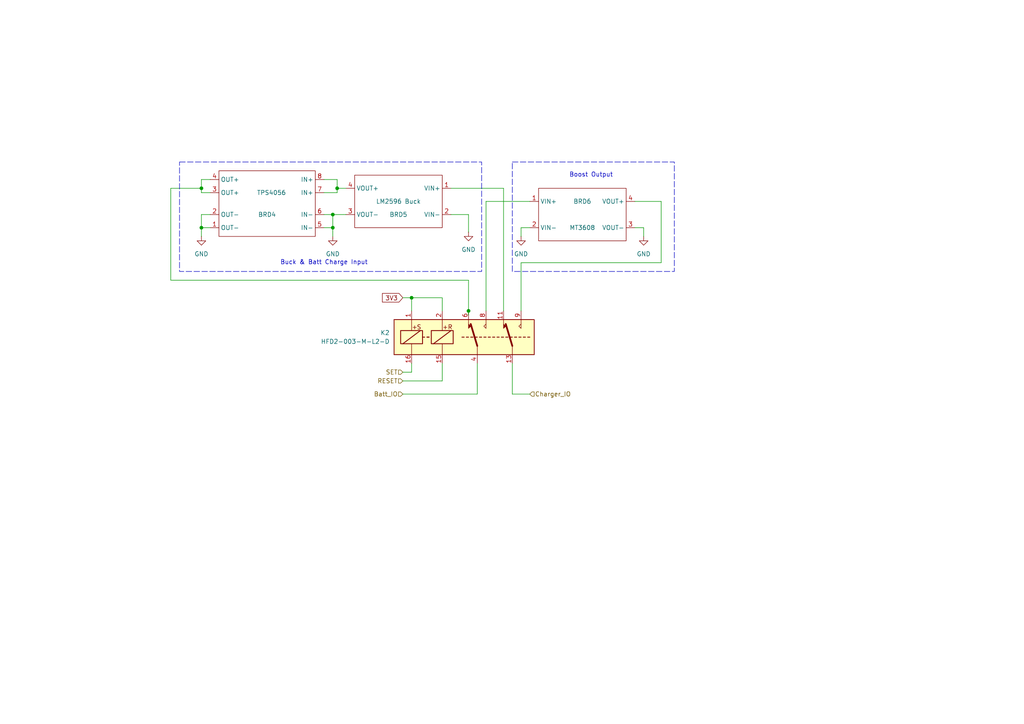
<source format=kicad_sch>
(kicad_sch (version 20250114) (generator "eeschema") (generator_version "9.0")
  (paper "A4")
  (lib_symbols
    (symbol "power:GND" (power) (pin_numbers (hide yes)) (pin_names (offset 0) (hide yes))
      (property "Value" "GND" (at 0 -3.81 0))
      (symbol "GND_0_1"
        (polyline (pts (xy 0 0) (xy 0 -1.27) (xy 1.27 -1.27) (xy 0 -2.54) (xy -1.27 -1.27) (xy 0 -1.27)))
      )
      (symbol "GND_1_1"
        (pin power_in line (at 0 0 270) (length 0) (name "~") (number "1"))
      )
    )
    (symbol "stimatofali:HFD2/003-M-L2-D" (in_bom no)
      (property "Reference" "K" (at -1.27 -2.794 0))
      (property "Value" "HFD2-003-M-L2-D" (at 0.254 19.304 0))
      (symbol "HFD2/003-M-L2-D_1_1"
        (rectangle (start -20.32 5.08) (end 20.32 -5.08) (stroke (width 0.254)) (fill (type background)))
        (rectangle (start -18.415 1.905) (end -12.065 -1.905) (stroke (width 0.254)))
        (polyline (pts (xy -17.78 -1.905) (xy -12.7 1.905)) (stroke (width 0.254)))
        (polyline (pts (xy -15.24 5.08) (xy -15.24 1.905)))
        (polyline (pts (xy -15.24 -5.08) (xy -15.24 -1.905)))
        (polyline (pts (xy -12.065 0) (xy -11.43 0)) (stroke (width 0.254)))
        (polyline (pts (xy -10.795 0) (xy -10.16 0)) (stroke (width 0.254)))
        (polyline (pts (xy -10.795 0) (xy -10.16 0)) (stroke (width 0.254)))
        (rectangle (start -9.525 1.905) (end -3.175 -1.905) (stroke (width 0.254)))
        (polyline (pts (xy -8.89 -1.905) (xy -3.81 1.905)) (stroke (width 0.254)))
        (polyline (pts (xy -6.35 5.08) (xy -6.35 1.905)))
        (polyline (pts (xy -6.35 -5.08) (xy -6.35 -1.905)))
        (polyline (pts (xy -0.635 0) (xy 0 0)) (stroke (width 0.254)))
        (polyline (pts (xy 0.635 0) (xy 1.27 0)) (stroke (width 0.254)))
        (polyline (pts (xy 1.27 5.08) (xy 1.27 2.54) (xy 1.905 3.175) (xy 1.27 3.81)) (fill (type outline)))
        (polyline (pts (xy 1.905 0) (xy 2.54 0)) (stroke (width 0.254)))
        (polyline (pts (xy 3.175 0) (xy 3.81 0)) (stroke (width 0.254)))
        (polyline (pts (xy 3.81 -2.54) (xy 1.905 3.81)) (stroke (width 0.508)))
        (polyline (pts (xy 3.81 -2.54) (xy 3.81 -5.08)))
        (polyline (pts (xy 4.445 0) (xy 5.08 0)) (stroke (width 0.254)))
        (polyline (pts (xy 5.715 0) (xy 6.35 0)) (stroke (width 0.254)))
        (polyline (pts (xy 6.35 5.08) (xy 6.35 2.54) (xy 5.715 3.175) (xy 6.35 3.81)))
        (polyline (pts (xy 6.985 0) (xy 7.62 0)) (stroke (width 0.254)))
        (polyline (pts (xy 8.255 0) (xy 8.89 0)) (stroke (width 0.254)))
        (polyline (pts (xy 9.525 0) (xy 10.16 0)) (stroke (width 0.254)))
        (polyline (pts (xy 10.795 0) (xy 11.43 0)) (stroke (width 0.254)))
        (polyline (pts (xy 11.43 5.08) (xy 11.43 2.54) (xy 12.065 3.175) (xy 11.43 3.81)) (fill (type outline)))
        (polyline (pts (xy 12.065 0) (xy 12.7 0)) (stroke (width 0.254)))
        (polyline (pts (xy 13.335 0) (xy 13.97 0)) (stroke (width 0.254)))
        (polyline (pts (xy 13.97 -2.54) (xy 12.065 3.81)) (stroke (width 0.508)))
        (polyline (pts (xy 13.97 -2.54) (xy 13.97 -5.08)))
        (polyline (pts (xy 14.605 0) (xy 15.24 0)) (stroke (width 0.254)))
        (polyline (pts (xy 15.875 0) (xy 16.51 0)) (stroke (width 0.254)))
        (polyline (pts (xy 16.51 5.08) (xy 16.51 2.54) (xy 15.875 3.175) (xy 16.51 3.81)))
        (polyline (pts (xy 17.145 0) (xy 17.78 0)) (stroke (width 0.254)))
        (polyline (pts (xy 18.415 0) (xy 19.05 0)) (stroke (width 0.254)))
        (text "+" (at -14.351 2.921 0) (effects (font (size 1.27 1.27))))
        (text "S" (at -13.081 2.921 0) (effects (font (size 1.27 1.27))))
        (text "+" (at -5.461 2.921 0) (effects (font (size 1.27 1.27))))
        (text "R" (at -4.064 2.921 0) (effects (font (size 1.27 1.27))))
        (pin passive line (at -15.24 7.62 270) (length 2.54) (name "~") (number "1"))
        (pin passive line (at -15.24 -7.62 90) (length 2.54) (name "~") (number "16"))
        (pin passive line (at -6.35 7.62 270) (length 2.54) (name "~") (number "2"))
        (pin passive line (at -6.35 -7.62 90) (length 2.54) (name "~") (number "15"))
        (pin passive line (at 1.27 7.62 270) (length 2.54) (name "~") (number "6"))
        (pin passive line (at 3.81 -7.62 90) (length 2.54) (name "~") (number "4"))
        (pin passive line (at 6.35 7.62 270) (length 2.54) (name "~") (number "8"))
        (pin passive line (at 11.43 7.62 270) (length 2.54) (name "~") (number "11"))
        (pin passive line (at 13.97 -7.62 90) (length 2.54) (name "~") (number "13"))
        (pin passive line (at 16.51 7.62 270) (length 2.54) (name "~") (number "9"))
      )
    )
    (symbol "stimatofali:LM2596"
      (property "Reference" "BRD" (at 0 -3.556 0))
      (property "Value" "LM2596 Buck" (at 1.016 1.778 0))
      (symbol "LM2596_0_1"
        (rectangle (start -12.7 7.62) (end 12.7 -7.62))
      )
      (symbol "LM2596_1_1"
        (pin output line (at -15.24 3.81 0) (length 2.54) (name "VOUT+") (number "4"))
        (pin output line (at -15.24 -3.81 0) (length 2.54) (name "VOUT-") (number "3"))
        (pin input line (at 15.24 3.81 180) (length 2.54) (name "VIN+") (number "1"))
        (pin output line (at 15.24 -3.81 180) (length 2.54) (name "VIN-") (number "2"))
      )
    )
    (symbol "stimatofali:MT3608 Boost"
      (property "Reference" "BRD" (at 0 0 0))
      (property "Value" "MT3608" (at 0 3.302 0))
      (symbol "MT3608 Boost_0_1"
        (rectangle (start -12.7 7.62) (end 12.7 -7.62))
      )
      (symbol "MT3608 Boost_1_1"
        (pin output line (at -15.24 3.81 0) (length 2.54) (name "VOUT+") (number "4"))
        (pin output line (at -15.24 -3.81 0) (length 2.54) (name "VOUT-") (number "3"))
        (pin input line (at 15.24 3.81 180) (length 2.54) (name "VIN+") (number "1"))
        (pin output line (at 15.24 -3.81 180) (length 2.54) (name "VIN-") (number "2"))
      )
    )
    (symbol "stimatofali:TP4056"
      (property "Reference" "BRD" (at 0 0 0))
      (property "Value" "TPS4056" (at 0 5.334 0))
      (symbol "TP4056_0_1"
        (rectangle (start -13.97 8.89) (end 13.97 -10.16))
      )
      (symbol "TP4056_1_1"
        (pin output line (at -16.51 6.35 0) (length 2.54) (name "OUT-") (number "1"))
        (pin output line (at -16.51 2.54 0) (length 2.54) (name "OUT-") (number "2"))
        (pin output line (at -16.51 -3.81 0) (length 2.54) (name "OUT+") (number "3"))
        (pin output line (at -16.51 -7.62 0) (length 2.54) (name "OUT+") (number "4"))
        (pin output line (at 16.51 6.35 180) (length 2.54) (name "IN-") (number "5"))
        (pin output line (at 16.51 2.54 180) (length 2.54) (name "IN-") (number "6"))
        (pin output line (at 16.51 -3.81 180) (length 2.54) (name "IN+") (number "7"))
        (pin output line (at 16.51 -7.62 180) (length 2.54) (name "IN+") (number "8"))
      )
    )
  )
  (rectangle (start 148.59 46.99) (end 195.58 78.74) (stroke (width 0) (type dash)))
  (rectangle (start 52.07 46.99) (end 139.7 78.74) (stroke (width 0) (type dash)))
  (text "Boost Output" (at 171.45 50.8 0) (effects (font (size 1.27 1.27))))
  (text "Buck & Batt Charge Input" (at 93.98 76.2 0) (effects (font (size 1.27 1.27))))
  (junction (at 58.42 66.04))
  (junction (at 58.42 54.61))
  (junction (at 135.89 90.17))
  (junction (at 119.38 86.36))
  (junction (at 96.52 62.23))
  (junction (at 96.52 66.04))
  (junction (at 97.79 54.61))
  (wire (pts (xy 49.53 81.28) (xy 49.53 54.61)))
  (wire (pts (xy 184.15 66.04) (xy 186.69 66.04)))
  (wire (pts (xy 135.89 67.31) (xy 135.89 62.23)))
  (wire (pts (xy 135.89 62.23) (xy 130.81 62.23)))
  (wire (pts (xy 96.52 62.23) (xy 100.33 62.23)))
  (wire (pts (xy 58.42 62.23) (xy 58.42 66.04)))
  (wire (pts (xy 148.59 114.3) (xy 153.67 114.3)))
  (wire (pts (xy 135.89 81.28) (xy 49.53 81.28)))
  (wire (pts (xy 119.38 107.95) (xy 119.38 105.41)))
  (wire (pts (xy 151.13 66.04) (xy 153.67 66.04)))
  (wire (pts (xy 146.05 90.17) (xy 146.05 54.61)))
  (wire (pts (xy 96.52 68.58) (xy 96.52 66.04)))
  (wire (pts (xy 128.27 86.36) (xy 119.38 86.36)))
  (wire (pts (xy 58.42 55.88) (xy 60.96 55.88)))
  (wire (pts (xy 135.89 90.17) (xy 135.89 81.28)))
  (wire (pts (xy 58.42 66.04) (xy 60.96 66.04)))
  (wire (pts (xy 119.38 86.36) (xy 119.38 90.17)))
  (wire (pts (xy 186.69 66.04) (xy 186.69 68.58)))
  (wire (pts (xy 49.53 54.61) (xy 58.42 54.61)))
  (wire (pts (xy 93.98 66.04) (xy 96.52 66.04)))
  (wire (pts (xy 140.97 58.42) (xy 153.67 58.42)))
  (wire (pts (xy 97.79 54.61) (xy 100.33 54.61)))
  (wire (pts (xy 191.77 76.2) (xy 151.13 76.2)))
  (wire (pts (xy 140.97 90.17) (xy 140.97 58.42)))
  (wire (pts (xy 60.96 52.07) (xy 58.42 52.07)))
  (wire (pts (xy 60.96 62.23) (xy 58.42 62.23)))
  (wire (pts (xy 93.98 52.07) (xy 97.79 52.07)))
  (wire (pts (xy 93.98 62.23) (xy 96.52 62.23)))
  (wire (pts (xy 128.27 110.49) (xy 128.27 105.41)))
  (wire (pts (xy 93.98 55.88) (xy 97.79 55.88)))
  (wire (pts (xy 58.42 68.58) (xy 58.42 66.04)))
  (wire (pts (xy 151.13 68.58) (xy 151.13 66.04)))
  (wire (pts (xy 128.27 90.17) (xy 128.27 86.36)))
  (wire (pts (xy 135.89 91.44) (xy 135.89 90.17)))
  (wire (pts (xy 116.84 114.3) (xy 138.43 114.3)))
  (wire (pts (xy 58.42 54.61) (xy 58.42 55.88)))
  (wire (pts (xy 191.77 58.42) (xy 184.15 58.42)))
  (wire (pts (xy 191.77 58.42) (xy 191.77 76.2)))
  (wire (pts (xy 146.05 54.61) (xy 130.81 54.61)))
  (wire (pts (xy 58.42 52.07) (xy 58.42 54.61)))
  (wire (pts (xy 116.84 110.49) (xy 128.27 110.49)))
  (wire (pts (xy 148.59 105.41) (xy 148.59 114.3)))
  (wire (pts (xy 116.84 107.95) (xy 119.38 107.95)))
  (wire (pts (xy 97.79 52.07) (xy 97.79 54.61)))
  (wire (pts (xy 97.79 55.88) (xy 97.79 54.61)))
  (wire (pts (xy 151.13 76.2) (xy 151.13 90.17)))
  (wire (pts (xy 116.84 86.36) (xy 119.38 86.36)))
  (wire (pts (xy 96.52 62.23) (xy 96.52 66.04)))
  (wire (pts (xy 138.43 114.3) (xy 138.43 105.41)))
  (global_label "3V3" (shape input) (at 116.84 86.36 180) (property "Intersheetrefs" "${INTERSHEET_REFS}" (effects (hide yes))))
  (hierarchical_label "Charger_IO" (shape input) (at 153.67 114.3 0))
  (hierarchical_label "SET" (shape input) (at 116.84 107.95 180))
  (hierarchical_label "Batt_IO" (shape input) (at 116.84 114.3 180))
  (hierarchical_label "RESET" (shape input) (at 116.84 110.49 180))
  (symbol (lib_id "stimatofali:MT3608 Boost") (at 168.91 62.23 0) (mirror y) (unit 1)
    (property "Reference" "BRD3" (at 168.91 58.42 0))
    (property "Value" "MT3608" (at 168.91 66.04 0))
    (property "Footprint" "stimatofali:MT3608 Boost" (effects (hide yes)))
    (instances (project "SolarMonitor_V1" (path "" (reference "BRD6") (unit 1)) (path "" (reference "BRD3") (unit 1))))
  )
  (symbol (lib_id "stimatofali:HFD2/003-M-L2-D") (at 134.62 97.79 0) (unit 1) (in_bom no)
    (property "Reference" "K1" (at 113.03 96.5199 0) (effects (justify right)))
    (property "Value" "HFD2-003-M-L2-D" (at 113.03 99.0599 0) (effects (justify right)))
    (property "Footprint" "stimatofali:HFD2 DPDT Relay" (effects (hide yes)))
    (instances (project "SolarMonitor_V1" (path "" (reference "K2") (unit 1)) (path "" (reference "K1") (unit 1))))
  )
  (symbol (lib_id "power:GND") (at 96.52 68.58 0) (unit 1)
    (property "Reference" "#PWR010" (effects (hide yes)))
    (property "Value" "GND" (at 96.52 73.66 0))
    (property "Description" "Power symbol creates a global label with name \"GND\" , ground" (effects (hide yes)))
    (instances (project "SolarMonitor_V1" (path "" (reference "#PWR017") (unit 1)) (path "" (reference "#PWR010") (unit 1))))
  )
  (symbol (lib_id "stimatofali:TP4056") (at 77.47 59.69 0) (mirror x) (unit 1)
    (property "Reference" "BRD1" (at 77.47 62.23 0))
    (property "Value" "TPS4056" (at 78.74 55.88 0))
    (property "Footprint" "stimatofali:TP4056 Battery Charger" (effects (hide yes)))
    (instances (project "SolarMonitor_V1" (path "" (reference "BRD4") (unit 1)) (path "" (reference "BRD1") (unit 1))))
  )
  (symbol (lib_id "power:GND") (at 135.89 67.31 0) (unit 1)
    (property "Reference" "#PWR016" (effects (hide yes)))
    (property "Value" "GND" (at 135.89 72.39 0))
    (property "Description" "Power symbol creates a global label with name \"GND\" , ground" (effects (hide yes)))
    (instances (project "SolarMonitor_V1" (path "" (reference "#PWR021") (unit 1)) (path "" (reference "#PWR016") (unit 1))))
  )
  (symbol (lib_id "power:GND") (at 151.13 68.58 0) (unit 1)
    (property "Reference" "#PWR019" (effects (hide yes)))
    (property "Value" "GND" (at 151.13 73.66 0))
    (property "Description" "Power symbol creates a global label with name \"GND\" , ground" (effects (hide yes)))
    (instances (project "SolarMonitor_V1" (path "" (reference "#PWR023") (unit 1)) (path "" (reference "#PWR019") (unit 1))))
  )
  (symbol (lib_id "power:GND") (at 186.69 68.58 0) (unit 1)
    (property "Reference" "#PWR020" (effects (hide yes)))
    (property "Value" "GND" (at 186.69 73.66 0))
    (property "Description" "Power symbol creates a global label with name \"GND\" , ground" (effects (hide yes)))
    (instances (project "SolarMonitor_V1" (path "" (reference "#PWR024") (unit 1)) (path "" (reference "#PWR020") (unit 1))))
  )
  (symbol (lib_id "stimatofali:LM2596") (at 115.57 58.42 0) (unit 1)
    (property "Reference" "BRD2" (at 115.57 62.23 0))
    (property "Value" "LM2596 Buck" (at 115.57 58.42 0))
    (property "Footprint" "stimatofali:LM2596 Module" (effects (hide yes)))
    (instances (project "SolarMonitor_V1" (path "" (reference "BRD5") (unit 1)) (path "" (reference "BRD2") (unit 1))))
  )
  (symbol (lib_id "power:GND") (at 58.42 68.58 0) (unit 1)
    (property "Reference" "#PWR08" (effects (hide yes)))
    (property "Value" "GND" (at 58.42 73.66 0))
    (property "Description" "Power symbol creates a global label with name \"GND\" , ground" (effects (hide yes)))
    (instances (project "SolarMonitor_V1" (path "" (reference "#PWR03") (unit 1)) (path "" (reference "#PWR08") (unit 1))))
  )
)
</source>
